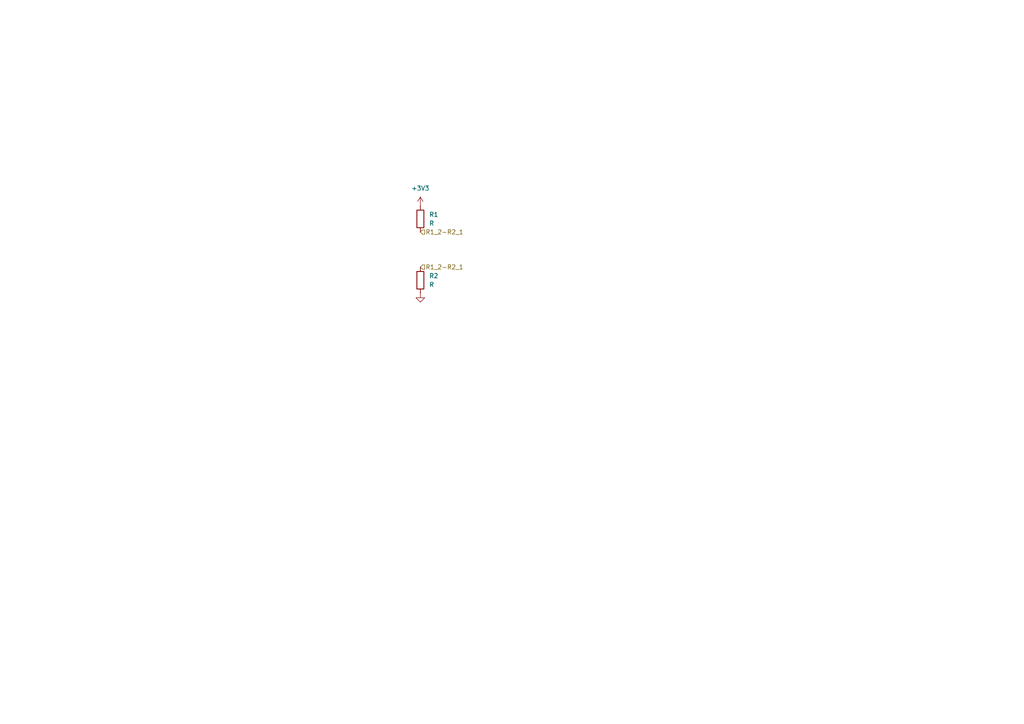
<source format=kicad_sch>
(kicad_sch (version 20231120) (generator "eeschema") (generator_version "8.0")
  (paper "A4")
  (lib_symbols
    (symbol "Device:R" (pin_numbers hide) (pin_names (offset 0))
      (property "Reference" "R" (at 2.032 0 90))
      (property "Value" "R" (at 0 0 90))
      (symbol "R_0_1"
        (rectangle (start -1.016 -2.54) (end 1.016 2.54) (stroke (width 0.254)))
      )
      (symbol "R_1_1"
        (pin passive line (at 0 3.81 270) (length 1.27) (name "~") (number "1"))
        (pin passive line (at 0 -3.81 90) (length 1.27) (name "~") (number "2"))
      )
    )
    (symbol "power:+3V3" (power) (pin_numbers hide) (pin_names (offset 0) hide)
      (property "Value" "+3V3" (at 0 3.556 0))
      (symbol "+3V3_0_1"
        (polyline (pts (xy -0.762 1.27) (xy 0 2.54)))
        (polyline (pts (xy 0 0) (xy 0 2.54)))
        (polyline (pts (xy 0 2.54) (xy 0.762 1.27)))
      )
      (symbol "+3V3_1_1"
        (pin power_in line (at 0 0 90) (length 0) (name "~") (number "1"))
      )
    )
    (symbol "power:GND" (power) (pin_numbers hide) (pin_names (offset 0) hide)
      (property "Value" "GND" (at 0 -3.81 0))
      (symbol "GND_0_1"
        (polyline (pts (xy 0 0) (xy 0 -1.27) (xy 1.27 -1.27) (xy 0 -2.54) (xy -1.27 -1.27) (xy 0 -1.27)))
      )
      (symbol "GND_1_1"
        (pin power_in line (at 0 0 270) (length 0) (name "~") (number "1"))
      )
    )
  )
  (hierarchical_label "R1_2-R2_1" (shape input) (at 121.92 67.31 0))
  (hierarchical_label "R1_2-R2_1" (shape input) (at 121.92 77.47 0))
  (symbol (lib_id "Device:R") (at 121.92 81.28 0) (unit 1)
    (property "Reference" "R2" (at 124.46 80.0099 0) (effects (justify left)))
    (property "Value" "R" (at 124.46 82.5499 0) (effects (justify left)))
    (property "Footprint" "Resistor_SMD:R_0603_1608Metric" (effects (hide yes)))
    (property "Description" "Resistor" (effects (hide yes)))
  )
  (symbol (lib_id "power:GND") (at 121.92 85.09 0) (unit 1)
    (property "Reference" "#PWR010" (effects (hide yes)))
    (property "Value" "GND" (effects (hide yes)))
    (property "Description" "Power symbol creates a global label with name \"GND\" , ground" (effects (hide yes)))
  )
  (symbol (lib_id "Device:R") (at 121.92 63.5 0) (unit 1)
    (property "Reference" "R1" (at 124.46 62.2299 0) (effects (justify left)))
    (property "Value" "R" (at 124.46 64.7699 0) (effects (justify left)))
    (property "Footprint" "Resistor_SMD:R_0603_1608Metric" (effects (hide yes)))
    (property "Description" "Resistor" (effects (hide yes)))
  )
  (symbol (lib_id "power:+3V3") (at 121.92 59.69 0) (unit 1)
    (property "Reference" "#PWR04" (effects (hide yes)))
    (property "Value" "+3V3" (at 121.92 54.61 0))
    (property "Description" "Power symbol creates a global label with name \"+3V3\"" (effects (hide yes)))
  )
)
</source>
